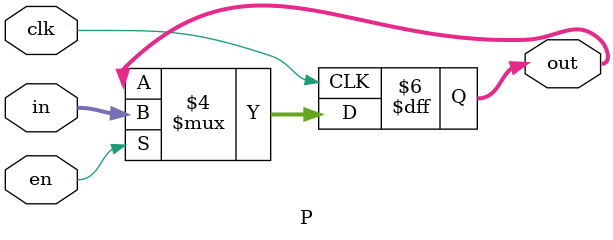
<source format=v>
`timescale 1ns / 1ps


module P(clk, en, in, out);
    input [31:0]in;
    input clk, en;
    output reg [31:0]out;
    
    initial out = 750;
    
    always@(posedge clk) begin
        if(en) out = in;
    end
    
endmodule

</source>
